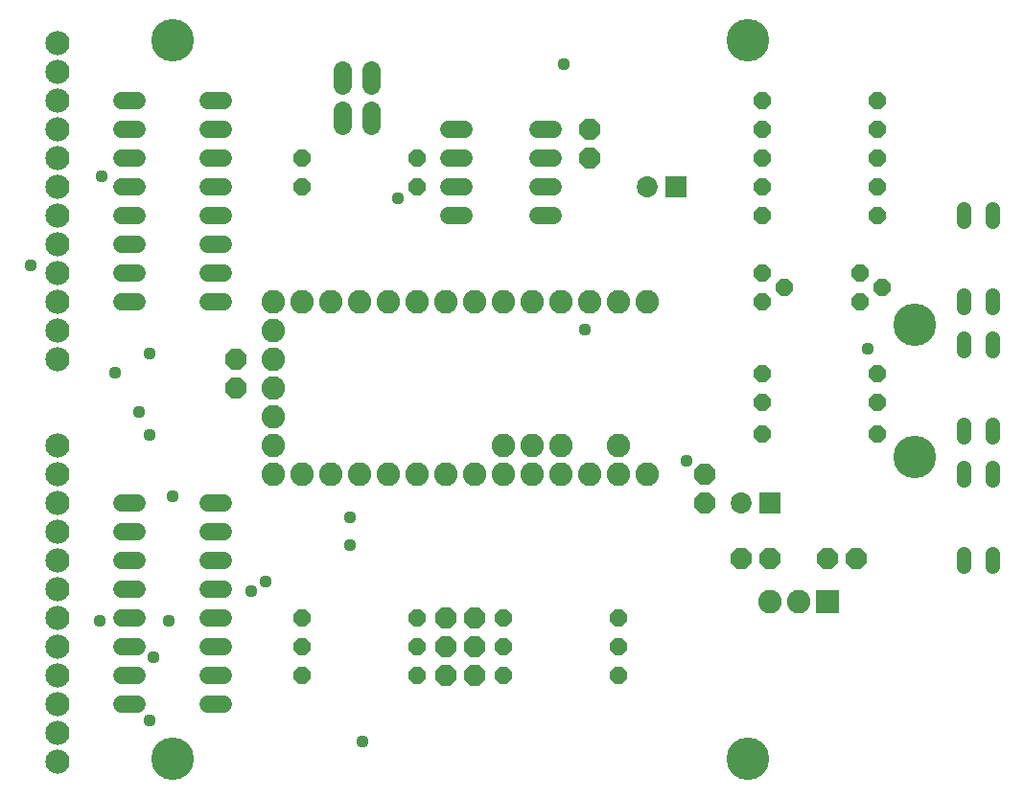
<source format=gbr>
G04 EAGLE Gerber RS-274X export*
G75*
%MOMM*%
%FSLAX34Y34*%
%LPD*%
%INSoldermask Bottom*%
%IPPOS*%
%AMOC8*
5,1,8,0,0,1.08239X$1,22.5*%
G01*
%ADD10C,3.759200*%
%ADD11C,2.082800*%
%ADD12C,1.854200*%
%ADD13R,1.854200X1.854200*%
%ADD14P,1.649562X8X292.500000*%
%ADD15P,1.649562X8X202.500000*%
%ADD16P,1.649562X8X22.500000*%
%ADD17C,1.524000*%
%ADD18C,2.133600*%
%ADD19P,1.951982X8X202.500000*%
%ADD20P,1.951982X8X22.500000*%
%ADD21P,1.951982X8X292.500000*%
%ADD22C,1.311200*%
%ADD23P,1.951982X8X112.500000*%
%ADD24C,1.625600*%
%ADD25C,1.526200*%
%ADD26R,2.082800X2.082800*%
%ADD27C,1.117600*%


D10*
X665480Y673100D03*
X157480Y673100D03*
X665480Y38100D03*
X157480Y38100D03*
X812800Y304800D03*
X812800Y421640D03*
D11*
X246380Y289560D03*
X271780Y289560D03*
X297180Y289560D03*
X322580Y289560D03*
X347980Y289560D03*
X373380Y289560D03*
X398780Y289560D03*
X424180Y289560D03*
X449580Y289560D03*
X474980Y289560D03*
X500380Y289560D03*
X525780Y289560D03*
X551180Y289560D03*
X576580Y289560D03*
X246380Y441960D03*
X271780Y441960D03*
X297180Y441960D03*
X322580Y441960D03*
X347980Y441960D03*
X373380Y441960D03*
X398780Y441960D03*
X424180Y441960D03*
X449580Y441960D03*
X474980Y441960D03*
X500380Y441960D03*
X525780Y441960D03*
X551180Y441960D03*
X576580Y441960D03*
X246380Y314960D03*
X246380Y340360D03*
X246380Y365760D03*
X246380Y391160D03*
X246380Y416560D03*
X449580Y314960D03*
X474980Y314960D03*
X500380Y314960D03*
X551180Y314960D03*
D12*
X576780Y543560D03*
D13*
X601780Y543560D03*
D14*
X678180Y441960D03*
X697230Y454660D03*
X678180Y467360D03*
X764540Y441960D03*
X783590Y454660D03*
X764540Y467360D03*
D15*
X551180Y162560D03*
X449580Y162560D03*
D16*
X678180Y353060D03*
X779780Y353060D03*
X678180Y378460D03*
X779780Y378460D03*
X271780Y543560D03*
X373380Y543560D03*
D15*
X779780Y619760D03*
X678180Y619760D03*
X779780Y594360D03*
X678180Y594360D03*
D16*
X678180Y568960D03*
X779780Y568960D03*
D15*
X373380Y162560D03*
X271780Y162560D03*
X373380Y137160D03*
X271780Y137160D03*
X551180Y137160D03*
X449580Y137160D03*
D16*
X678180Y518160D03*
X779780Y518160D03*
D15*
X373380Y111760D03*
X271780Y111760D03*
D16*
X449580Y111760D03*
X551180Y111760D03*
D15*
X779780Y543560D03*
X678180Y543560D03*
D16*
X678180Y325120D03*
X779780Y325120D03*
D17*
X202184Y86360D02*
X188976Y86360D01*
X188976Y111760D02*
X202184Y111760D01*
X202184Y137160D02*
X188976Y137160D01*
X188976Y162560D02*
X202184Y162560D01*
X202184Y187960D02*
X188976Y187960D01*
X188976Y213360D02*
X202184Y213360D01*
X202184Y238760D02*
X188976Y238760D01*
X188976Y264160D02*
X202184Y264160D01*
X125984Y264160D02*
X112776Y264160D01*
X112776Y238760D02*
X125984Y238760D01*
X125984Y213360D02*
X112776Y213360D01*
X112776Y187960D02*
X125984Y187960D01*
X125984Y162560D02*
X112776Y162560D01*
X112776Y137160D02*
X125984Y137160D01*
X125984Y111760D02*
X112776Y111760D01*
X112776Y86360D02*
X125984Y86360D01*
D18*
X55880Y391160D03*
X55880Y416560D03*
X55880Y441960D03*
X55880Y467360D03*
X55880Y492760D03*
X55880Y518160D03*
X55880Y543560D03*
X55880Y568960D03*
X55880Y594360D03*
X55880Y619760D03*
X55880Y645160D03*
X55880Y670560D03*
D19*
X684530Y214630D03*
X659130Y214630D03*
D20*
X735330Y214630D03*
X760730Y214630D03*
D21*
X627380Y289560D03*
X627380Y264160D03*
X213360Y391160D03*
X213360Y365760D03*
D19*
X424180Y162560D03*
X398780Y162560D03*
D20*
X398780Y111760D03*
X424180Y111760D03*
D19*
X424180Y137160D03*
X398780Y137160D03*
D22*
X855980Y207820D02*
X855980Y218900D01*
X881380Y218900D02*
X881380Y207820D01*
X881380Y284020D02*
X881380Y295100D01*
X855980Y295100D02*
X855980Y284020D01*
X855980Y322120D02*
X855980Y333200D01*
X881380Y333200D02*
X881380Y322120D01*
X881380Y398320D02*
X881380Y409400D01*
X855980Y409400D02*
X855980Y398320D01*
X855980Y436420D02*
X855980Y447500D01*
X881380Y447500D02*
X881380Y436420D01*
X881380Y512620D02*
X881380Y523700D01*
X855980Y523700D02*
X855980Y512620D01*
D18*
X55880Y35560D03*
X55880Y60960D03*
X55880Y86360D03*
X55880Y111760D03*
X55880Y137160D03*
X55880Y162560D03*
X55880Y187960D03*
X55880Y213360D03*
X55880Y238760D03*
X55880Y264160D03*
X55880Y289560D03*
X55880Y314960D03*
D17*
X188976Y441960D02*
X202184Y441960D01*
X202184Y467360D02*
X188976Y467360D01*
X188976Y492760D02*
X202184Y492760D01*
X202184Y518160D02*
X188976Y518160D01*
X188976Y543560D02*
X202184Y543560D01*
X202184Y568960D02*
X188976Y568960D01*
X188976Y594360D02*
X202184Y594360D01*
X202184Y619760D02*
X188976Y619760D01*
X125984Y619760D02*
X112776Y619760D01*
X112776Y594360D02*
X125984Y594360D01*
X125984Y568960D02*
X112776Y568960D01*
X112776Y543560D02*
X125984Y543560D01*
X125984Y518160D02*
X112776Y518160D01*
X112776Y492760D02*
X125984Y492760D01*
X125984Y467360D02*
X112776Y467360D01*
X112776Y441960D02*
X125984Y441960D01*
D23*
X525780Y568960D03*
X525780Y594360D03*
D24*
X307340Y632968D02*
X307340Y647192D01*
X332740Y647192D02*
X332740Y632968D01*
D13*
X684330Y264160D03*
D12*
X659330Y264160D03*
D15*
X373380Y568960D03*
X271780Y568960D03*
D25*
X479795Y518160D02*
X493025Y518160D01*
X493025Y543560D02*
X479795Y543560D01*
X479795Y568960D02*
X493025Y568960D01*
X493025Y594360D02*
X479795Y594360D01*
X414285Y594360D02*
X401055Y594360D01*
X401055Y568960D02*
X414285Y568960D01*
X414285Y543560D02*
X401055Y543560D01*
X401055Y518160D02*
X414285Y518160D01*
D26*
X735330Y176530D03*
D11*
X709930Y176530D03*
X684530Y176530D03*
D24*
X332740Y597408D02*
X332740Y611632D01*
X307340Y611632D02*
X307340Y597408D01*
D27*
X156972Y269748D03*
X128016Y344424D03*
X92964Y160020D03*
X106680Y379476D03*
X140208Y128016D03*
X313944Y251460D03*
X313944Y227076D03*
X32004Y473964D03*
X137160Y71628D03*
X137160Y396240D03*
X611124Y301752D03*
X227076Y185928D03*
X324612Y53340D03*
X94488Y553212D03*
X771144Y400812D03*
X356616Y533400D03*
X521208Y417576D03*
X137160Y324612D03*
X239268Y195072D03*
X502920Y652272D03*
X153924Y160020D03*
M02*

</source>
